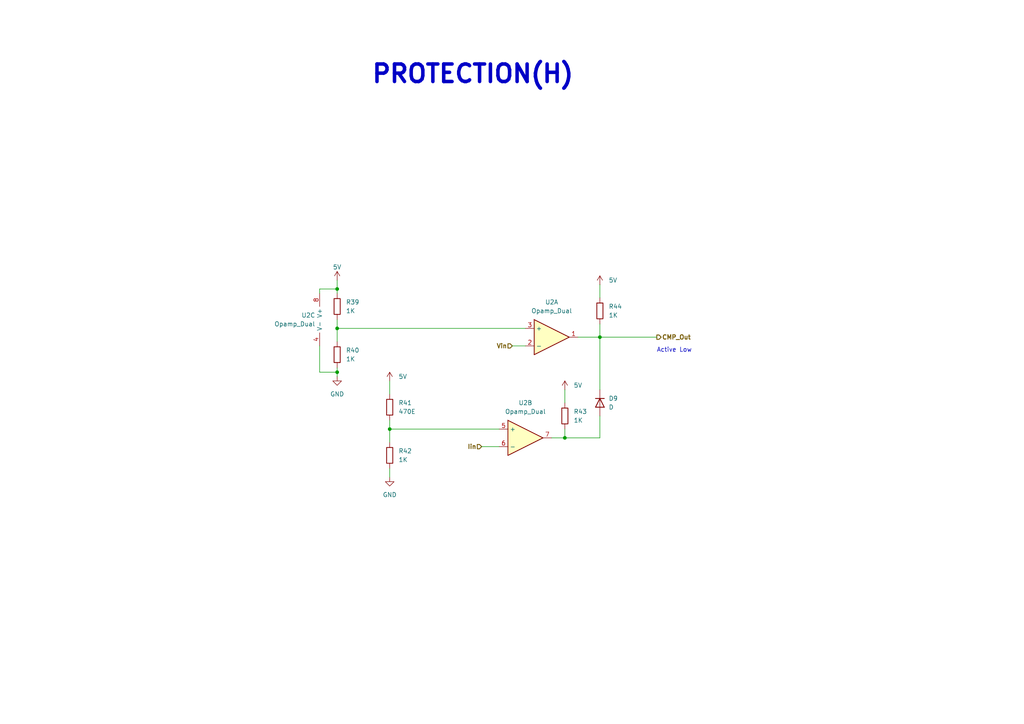
<source format=kicad_sch>
(kicad_sch (version 20231120) (generator "eeschema") (generator_version "8.0")
  (paper "A4")
  (lib_symbols
    (symbol "Device:D" (pin_numbers hide) (pin_names (offset 1.016) hide)
      (property "Reference" "D" (at 0 2.54 0))
      (property "Value" "D" (at 0 -2.54 0))
      (symbol "D_0_1"
        (polyline (pts (xy -1.27 1.27) (xy -1.27 -1.27)) (stroke (width 0.254)))
        (polyline (pts (xy 1.27 0) (xy -1.27 0)))
        (polyline (pts (xy 1.27 1.27) (xy 1.27 -1.27) (xy -1.27 0) (xy 1.27 1.27)) (stroke (width 0.254)))
      )
      (symbol "D_1_1"
        (pin passive line (at -3.81 0 0) (length 2.54) (name "K") (number "1"))
        (pin passive line (at 3.81 0 180) (length 2.54) (name "A") (number "2"))
      )
    )
    (symbol "Device:Opamp_Dual"
      (property "Reference" "U" (at 0 5.08 0))
      (property "Value" "Opamp_Dual" (at 0 -5.08 0))
      (symbol "Opamp_Dual_1_1"
        (polyline (pts (xy -5.08 5.08) (xy 5.08 0) (xy -5.08 -5.08) (xy -5.08 5.08)) (stroke (width 0.254)) (fill (type background)))
        (pin output line (at 7.62 0 180) (length 2.54) (name "~") (number "1"))
        (pin input line (at -7.62 -2.54 0) (length 2.54) (name "-") (number "2"))
        (pin input line (at -7.62 2.54 0) (length 2.54) (name "+") (number "3"))
      )
      (symbol "Opamp_Dual_2_1"
        (polyline (pts (xy -5.08 5.08) (xy 5.08 0) (xy -5.08 -5.08) (xy -5.08 5.08)) (stroke (width 0.254)) (fill (type background)))
        (pin input line (at -7.62 2.54 0) (length 2.54) (name "+") (number "5"))
        (pin input line (at -7.62 -2.54 0) (length 2.54) (name "-") (number "6"))
        (pin output line (at 7.62 0 180) (length 2.54) (name "~") (number "7"))
      )
      (symbol "Opamp_Dual_3_1"
        (pin power_in line (at -2.54 -7.62 90) (length 3.81) (name "V-") (number "4"))
        (pin power_in line (at -2.54 7.62 270) (length 3.81) (name "V+") (number "8"))
      )
    )
    (symbol "PCM_SL_Resistors:Resistor"
      (property "Reference" "R" (at 0 5.08 0))
      (property "Value" "Resistor" (at 0 2.54 0))
      (symbol "Resistor_0_1"
        (rectangle (start -2.286 0.889) (end 2.286 -0.889) (stroke (width 0.24)))
      )
      (symbol "Resistor_1_1"
        (pin passive line (at -3.81 0 0) (length 1.5) (name "") (number "1"))
        (pin passive line (at 3.81 0 180) (length 1.5) (name "~") (number "2"))
      )
    )
    (symbol "power:GND" (power) (pin_numbers hide) (pin_names (offset 0) hide)
      (property "Value" "GND" (at 0 -3.81 0))
      (symbol "GND_0_1"
        (polyline (pts (xy 0 0) (xy 0 -1.27) (xy 1.27 -1.27) (xy 0 -2.54) (xy -1.27 -1.27) (xy 0 -1.27)))
      )
      (symbol "GND_1_1"
        (pin power_in line (at 0 0 270) (length 0) (name "~") (number "1"))
      )
    )
    (symbol "power:VCC" (power) (pin_numbers hide) (pin_names (offset 0) hide)
      (property "Value" "VCC" (at 0 3.556 0))
      (symbol "VCC_0_1"
        (polyline (pts (xy -0.762 1.27) (xy 0 2.54)))
        (polyline (pts (xy 0 0) (xy 0 2.54)))
        (polyline (pts (xy 0 2.54) (xy 0.762 1.27)))
      )
      (symbol "VCC_1_1"
        (pin power_in line (at 0 0 90) (length 0) (name "~") (number "1"))
      )
    )
  )
  (junction (at 163.83 127))
  (junction (at 113.03 124.46))
  (junction (at 97.79 95.25))
  (junction (at 173.99 97.79))
  (junction (at 97.79 83.82))
  (junction (at 97.79 107.95))
  (wire (pts (xy 163.83 113.03) (xy 163.83 116.84)))
  (wire (pts (xy 97.79 81.28) (xy 97.79 83.82)))
  (wire (pts (xy 173.99 120.65) (xy 173.99 127)))
  (wire (pts (xy 97.79 95.25) (xy 152.4 95.25)))
  (wire (pts (xy 92.71 107.95) (xy 97.79 107.95)))
  (wire (pts (xy 139.7 129.54) (xy 144.78 129.54)))
  (wire (pts (xy 148.59 100.33) (xy 152.4 100.33)))
  (wire (pts (xy 97.79 83.82) (xy 97.79 85.09)))
  (wire (pts (xy 92.71 83.82) (xy 97.79 83.82)))
  (wire (pts (xy 97.79 92.71) (xy 97.79 95.25)))
  (wire (pts (xy 163.83 124.46) (xy 163.83 127)))
  (wire (pts (xy 173.99 93.98) (xy 173.99 97.79)))
  (wire (pts (xy 173.99 97.79) (xy 190.5 97.79)))
  (wire (pts (xy 113.03 121.92) (xy 113.03 124.46)))
  (wire (pts (xy 173.99 113.03) (xy 173.99 97.79)))
  (wire (pts (xy 160.02 127) (xy 163.83 127)))
  (wire (pts (xy 113.03 135.89) (xy 113.03 138.43)))
  (wire (pts (xy 113.03 110.49) (xy 113.03 114.3)))
  (wire (pts (xy 97.79 107.95) (xy 97.79 109.22)))
  (wire (pts (xy 97.79 106.68) (xy 97.79 107.95)))
  (wire (pts (xy 97.79 95.25) (xy 97.79 99.06)))
  (wire (pts (xy 113.03 124.46) (xy 144.78 124.46)))
  (wire (pts (xy 163.83 127) (xy 173.99 127)))
  (wire (pts (xy 173.99 97.79) (xy 167.64 97.79)))
  (wire (pts (xy 92.71 100.33) (xy 92.71 107.95)))
  (wire (pts (xy 173.99 82.55) (xy 173.99 86.36)))
  (wire (pts (xy 113.03 124.46) (xy 113.03 128.27)))
  (wire (pts (xy 92.71 83.82) (xy 92.71 85.09)))
  (text "Active Low\n" (at 195.58 101.6 0) (effects (font (size 1.27 1.27))))
  (text "PROTECTION(H)\n" (at 137.16 21.59 0) (effects (font (size 5.08 5.08) (thickness 1.016) (bold yes))))
  (hierarchical_label "CMP_Out" (shape output) (at 190.5 97.79 0) (effects (font (bold yes))))
  (hierarchical_label "Iin" (shape input) (at 139.7 129.54 180) (effects (font (bold yes))))
  (hierarchical_label "Vin" (shape input) (at 148.59 100.33 180) (effects (font (bold yes))))
  (symbol (lib_id "Device:Opamp_Dual") (at 160.02 97.79 0) (unit 1)
    (property "Reference" "U2" (at 160.02 87.63 0))
    (property "Value" "Opamp_Dual" (at 160.02 90.17 0))
    (property "Footprint" "PCM_Package_DIP_AKL:DIP-8_W7.62mm" (effects (hide yes)))
    (property "Description" "Dual operational amplifier" (effects (hide yes)))
    (property "Sim.Library" "${KICAD7_SYMBOL_DIR}/Simulation_SPICE.sp" (effects (hide yes)))
    (property "Sim.Name" "kicad_builtin_opamp_dual" (effects (hide yes)))
    (property "Sim.Device" "SUBCKT" (effects (hide yes)))
    (property "Sim.Pins" "1=out1 2=in1- 3=in1+ 4=vee 5=in2+ 6=in2- 7=out2 8=vcc" (effects (hide yes)))
  )
  (symbol (lib_id "power:VCC") (at 97.79 81.28 0) (unit 1)
    (property "Reference" "#PWR017" (effects (hide yes)))
    (property "Value" "5V" (at 96.52 77.47 0) (effects (justify left)))
    (property "Description" "Power symbol creates a global label with name \"VCC\"" (effects (hide yes)))
  )
  (symbol (lib_id "PCM_SL_Resistors:Resistor") (at 113.03 118.11 90) (unit 1)
    (property "Reference" "R41" (at 115.57 116.8399 90) (effects (justify right)))
    (property "Value" "470E" (at 115.57 119.3799 90) (effects (justify right)))
    (property "Footprint" "Resistor_SMD:R_0805_2012Metric_Pad1.20x1.40mm_HandSolder" (effects (hide yes)))
    (property "Description" "1/4W Resistor" (effects (hide yes)))
  )
  (symbol (lib_id "power:VCC") (at 173.99 82.55 0) (unit 1)
    (property "Reference" "#PWR022" (effects (hide yes)))
    (property "Value" "5V" (at 176.53 81.2799 0) (effects (justify left)))
    (property "Description" "Power symbol creates a global label with name \"VCC\"" (effects (hide yes)))
  )
  (symbol (lib_id "PCM_SL_Resistors:Resistor") (at 97.79 102.87 90) (unit 1)
    (property "Reference" "R40" (at 100.33 101.5999 90) (effects (justify right)))
    (property "Value" "1K" (at 100.33 104.1399 90) (effects (justify right)))
    (property "Footprint" "Resistor_SMD:R_0805_2012Metric_Pad1.20x1.40mm_HandSolder" (effects (hide yes)))
    (property "Description" "1/4W Resistor" (effects (hide yes)))
  )
  (symbol (lib_id "PCM_SL_Resistors:Resistor") (at 173.99 90.17 90) (unit 1)
    (property "Reference" "R44" (at 176.53 88.8999 90) (effects (justify right)))
    (property "Value" "1K" (at 176.53 91.4399 90) (effects (justify right)))
    (property "Footprint" "Resistor_SMD:R_0805_2012Metric_Pad1.20x1.40mm_HandSolder" (effects (hide yes)))
    (property "Description" "1/4W Resistor" (effects (hide yes)))
  )
  (symbol (lib_id "power:GND") (at 113.03 138.43 0) (unit 1)
    (property "Reference" "#PWR020" (effects (hide yes)))
    (property "Value" "GND" (at 113.03 143.51 0))
    (property "Description" "Power symbol creates a global label with name \"GND\" , ground" (effects (hide yes)))
  )
  (symbol (lib_id "PCM_SL_Resistors:Resistor") (at 163.83 120.65 90) (unit 1)
    (property "Reference" "R43" (at 166.37 119.3799 90) (effects (justify right)))
    (property "Value" "1K" (at 166.37 121.9199 90) (effects (justify right)))
    (property "Footprint" "Resistor_SMD:R_0805_2012Metric_Pad1.20x1.40mm_HandSolder" (effects (hide yes)))
    (property "Description" "1/4W Resistor" (effects (hide yes)))
  )
  (symbol (lib_id "PCM_SL_Resistors:Resistor") (at 97.79 88.9 90) (unit 1)
    (property "Reference" "R39" (at 100.33 87.6299 90) (effects (justify right)))
    (property "Value" "1K" (at 100.33 90.1699 90) (effects (justify right)))
    (property "Footprint" "Resistor_SMD:R_0805_2012Metric_Pad1.20x1.40mm_HandSolder" (effects (hide yes)))
    (property "Description" "1/4W Resistor" (effects (hide yes)))
  )
  (symbol (lib_id "power:VCC") (at 113.03 110.49 0) (unit 1)
    (property "Reference" "#PWR019" (effects (hide yes)))
    (property "Value" "5V" (at 115.57 109.2199 0) (effects (justify left)))
    (property "Description" "Power symbol creates a global label with name \"VCC\"" (effects (hide yes)))
  )
  (symbol (lib_id "power:VCC") (at 163.83 113.03 0) (unit 1)
    (property "Reference" "#PWR021" (effects (hide yes)))
    (property "Value" "5V" (at 166.37 111.7599 0) (effects (justify left)))
    (property "Description" "Power symbol creates a global label with name \"VCC\"" (effects (hide yes)))
  )
  (symbol (lib_id "power:GND") (at 97.79 109.22 0) (unit 1)
    (property "Reference" "#PWR018" (effects (hide yes)))
    (property "Value" "GND" (at 97.79 114.3 0))
    (property "Description" "Power symbol creates a global label with name \"GND\" , ground" (effects (hide yes)))
  )
  (symbol (lib_id "Device:Opamp_Dual") (at 90.17 92.71 0) (mirror y) (unit 3)
    (property "Reference" "U2" (at 91.44 91.4399 0) (effects (justify left)))
    (property "Value" "Opamp_Dual" (at 91.44 93.9799 0) (effects (justify left)))
    (property "Footprint" "PCM_Package_DIP_AKL:DIP-8_W7.62mm" (effects (hide yes)))
    (property "Description" "Dual operational amplifier" (effects (hide yes)))
    (property "Sim.Library" "${KICAD7_SYMBOL_DIR}/Simulation_SPICE.sp" (effects (hide yes)))
    (property "Sim.Name" "kicad_builtin_opamp_dual" (effects (hide yes)))
    (property "Sim.Device" "SUBCKT" (effects (hide yes)))
    (property "Sim.Pins" "1=out1 2=in1- 3=in1+ 4=vee 5=in2+ 6=in2- 7=out2 8=vcc" (effects (hide yes)))
  )
  (symbol (lib_id "PCM_SL_Resistors:Resistor") (at 113.03 132.08 90) (unit 1)
    (property "Reference" "R42" (at 115.57 130.8099 90) (effects (justify right)))
    (property "Value" "1K" (at 115.57 133.3499 90) (effects (justify right)))
    (property "Footprint" "Resistor_SMD:R_0805_2012Metric_Pad1.20x1.40mm_HandSolder" (effects (hide yes)))
    (property "Description" "1/4W Resistor" (effects (hide yes)))
  )
  (symbol (lib_id "Device:Opamp_Dual") (at 152.4 127 0) (unit 2)
    (property "Reference" "U2" (at 152.4 116.84 0))
    (property "Value" "Opamp_Dual" (at 152.4 119.38 0))
    (property "Footprint" "PCM_Package_DIP_AKL:DIP-8_W7.62mm" (effects (hide yes)))
    (property "Description" "Dual operational amplifier" (effects (hide yes)))
    (property "Sim.Library" "${KICAD7_SYMBOL_DIR}/Simulation_SPICE.sp" (effects (hide yes)))
    (property "Sim.Name" "kicad_builtin_opamp_dual" (effects (hide yes)))
    (property "Sim.Device" "SUBCKT" (effects (hide yes)))
    (property "Sim.Pins" "1=out1 2=in1- 3=in1+ 4=vee 5=in2+ 6=in2- 7=out2 8=vcc" (effects (hide yes)))
  )
  (symbol (lib_id "Device:D") (at 173.99 116.84 270) (unit 1)
    (property "Reference" "D9" (at 176.53 115.5699 90) (effects (justify left)))
    (property "Value" "D" (at 176.53 118.1099 90) (effects (justify left)))
    (property "Footprint" "Diode_THT:D_A-405_P7.62mm_Horizontal" (effects (hide yes)))
    (property "Description" "Diode" (effects (hide yes)))
    (property "Sim.Device" "D" (effects (hide yes)))
    (property "Sim.Pins" "1=K 2=A" (effects (hide yes)))
  )
)
</source>
